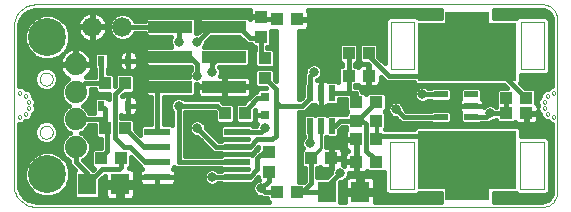
<source format=gtl>
G75*
%MOIN*%
%OFA0B0*%
%FSLAX24Y24*%
%IPPOS*%
%LPD*%
%AMOC8*
5,1,8,0,0,1.08239X$1,22.5*
%
%ADD10C,0.0000*%
%ADD11R,0.0394X0.0433*%
%ADD12R,0.0248X0.0327*%
%ADD13C,0.0740*%
%ADD14C,0.1266*%
%ADD15R,0.0870X0.0240*%
%ADD16R,0.0217X0.0531*%
%ADD17R,0.0472X0.0217*%
%ADD18R,0.0433X0.0394*%
%ADD19R,0.1450X0.0394*%
%ADD20R,0.0315X0.0315*%
%ADD21C,0.0660*%
%ADD22R,0.0630X0.0709*%
%ADD23R,0.3307X0.1969*%
%ADD24R,0.1496X0.0551*%
%ADD25C,0.0039*%
%ADD26C,0.0160*%
%ADD27C,0.0320*%
%ADD28C,0.0100*%
D10*
X006773Y003863D02*
X023643Y003863D01*
X023687Y003865D01*
X023730Y003871D01*
X023772Y003880D01*
X023814Y003893D01*
X023854Y003910D01*
X023893Y003930D01*
X023930Y003953D01*
X023964Y003980D01*
X023997Y004009D01*
X024026Y004042D01*
X024053Y004076D01*
X024076Y004113D01*
X024096Y004152D01*
X024113Y004192D01*
X024126Y004234D01*
X024135Y004276D01*
X024141Y004319D01*
X024143Y004363D01*
X024143Y010109D01*
X024141Y010152D01*
X024136Y010196D01*
X024127Y010238D01*
X024114Y010280D01*
X024098Y010320D01*
X024078Y010359D01*
X024055Y010396D01*
X024029Y010431D01*
X024000Y010463D01*
X023968Y010493D01*
X023933Y010520D01*
X023897Y010544D01*
X023858Y010564D01*
X023818Y010581D01*
X023777Y010595D01*
X023734Y010605D01*
X023691Y010611D01*
X023647Y010613D01*
X023648Y010613D02*
X006777Y010613D01*
X006723Y010611D01*
X006670Y010605D01*
X006617Y010596D01*
X006565Y010582D01*
X006514Y010565D01*
X006464Y010545D01*
X006416Y010521D01*
X006369Y010493D01*
X006325Y010463D01*
X006283Y010429D01*
X006244Y010392D01*
X006207Y010353D01*
X006173Y010311D01*
X006143Y010267D01*
X006115Y010220D01*
X006091Y010172D01*
X006071Y010122D01*
X006054Y010071D01*
X006040Y010019D01*
X006031Y009966D01*
X006025Y009913D01*
X006023Y009859D01*
X006023Y004613D01*
X006025Y004559D01*
X006031Y004506D01*
X006040Y004454D01*
X006053Y004402D01*
X006070Y004351D01*
X006091Y004301D01*
X006115Y004254D01*
X006142Y004208D01*
X006173Y004164D01*
X006206Y004122D01*
X006243Y004083D01*
X006282Y004046D01*
X006324Y004013D01*
X006368Y003982D01*
X006414Y003955D01*
X006461Y003931D01*
X006511Y003910D01*
X006562Y003893D01*
X006614Y003880D01*
X006666Y003871D01*
X006719Y003865D01*
X006773Y003863D01*
X006892Y006352D02*
X006894Y006381D01*
X006900Y006409D01*
X006909Y006437D01*
X006922Y006463D01*
X006939Y006486D01*
X006958Y006508D01*
X006980Y006527D01*
X007005Y006542D01*
X007031Y006555D01*
X007059Y006563D01*
X007087Y006568D01*
X007116Y006569D01*
X007145Y006566D01*
X007173Y006559D01*
X007200Y006549D01*
X007226Y006535D01*
X007249Y006518D01*
X007270Y006498D01*
X007288Y006475D01*
X007303Y006450D01*
X007314Y006423D01*
X007322Y006395D01*
X007326Y006366D01*
X007326Y006338D01*
X007322Y006309D01*
X007314Y006281D01*
X007303Y006254D01*
X007288Y006229D01*
X007270Y006206D01*
X007249Y006186D01*
X007226Y006169D01*
X007200Y006155D01*
X007173Y006145D01*
X007145Y006138D01*
X007116Y006135D01*
X007087Y006136D01*
X007059Y006141D01*
X007031Y006149D01*
X007005Y006162D01*
X006980Y006177D01*
X006958Y006196D01*
X006939Y006218D01*
X006922Y006241D01*
X006909Y006267D01*
X006900Y006295D01*
X006894Y006323D01*
X006892Y006352D01*
X006163Y006863D02*
X006165Y006878D01*
X006170Y006892D01*
X006179Y006904D01*
X006191Y006914D01*
X006204Y006920D01*
X006219Y006923D01*
X006234Y006922D01*
X006249Y006917D01*
X006261Y006909D01*
X006272Y006898D01*
X006279Y006885D01*
X006283Y006871D01*
X006283Y006855D01*
X006279Y006841D01*
X006272Y006828D01*
X006261Y006817D01*
X006249Y006809D01*
X006234Y006804D01*
X006219Y006803D01*
X006204Y006806D01*
X006191Y006812D01*
X006179Y006822D01*
X006170Y006834D01*
X006165Y006848D01*
X006163Y006863D01*
X006363Y006963D02*
X006365Y006978D01*
X006370Y006992D01*
X006379Y007004D01*
X006391Y007014D01*
X006404Y007020D01*
X006419Y007023D01*
X006434Y007022D01*
X006449Y007017D01*
X006461Y007009D01*
X006472Y006998D01*
X006479Y006985D01*
X006483Y006971D01*
X006483Y006955D01*
X006479Y006941D01*
X006472Y006928D01*
X006461Y006917D01*
X006449Y006909D01*
X006434Y006904D01*
X006419Y006903D01*
X006404Y006906D01*
X006391Y006912D01*
X006379Y006922D01*
X006370Y006934D01*
X006365Y006948D01*
X006363Y006963D01*
X006463Y007163D02*
X006465Y007178D01*
X006470Y007192D01*
X006479Y007204D01*
X006491Y007214D01*
X006504Y007220D01*
X006519Y007223D01*
X006534Y007222D01*
X006549Y007217D01*
X006561Y007209D01*
X006572Y007198D01*
X006579Y007185D01*
X006583Y007171D01*
X006583Y007155D01*
X006579Y007141D01*
X006572Y007128D01*
X006561Y007117D01*
X006549Y007109D01*
X006534Y007104D01*
X006519Y007103D01*
X006504Y007106D01*
X006491Y007112D01*
X006479Y007122D01*
X006470Y007134D01*
X006465Y007148D01*
X006463Y007163D01*
X006463Y007363D02*
X006465Y007378D01*
X006470Y007392D01*
X006479Y007404D01*
X006491Y007414D01*
X006504Y007420D01*
X006519Y007423D01*
X006534Y007422D01*
X006549Y007417D01*
X006561Y007409D01*
X006572Y007398D01*
X006579Y007385D01*
X006583Y007371D01*
X006583Y007355D01*
X006579Y007341D01*
X006572Y007328D01*
X006561Y007317D01*
X006549Y007309D01*
X006534Y007304D01*
X006519Y007303D01*
X006504Y007306D01*
X006491Y007312D01*
X006479Y007322D01*
X006470Y007334D01*
X006465Y007348D01*
X006463Y007363D01*
X006363Y007563D02*
X006365Y007578D01*
X006370Y007592D01*
X006379Y007604D01*
X006391Y007614D01*
X006404Y007620D01*
X006419Y007623D01*
X006434Y007622D01*
X006449Y007617D01*
X006461Y007609D01*
X006472Y007598D01*
X006479Y007585D01*
X006483Y007571D01*
X006483Y007555D01*
X006479Y007541D01*
X006472Y007528D01*
X006461Y007517D01*
X006449Y007509D01*
X006434Y007504D01*
X006419Y007503D01*
X006404Y007506D01*
X006391Y007512D01*
X006379Y007522D01*
X006370Y007534D01*
X006365Y007548D01*
X006363Y007563D01*
X006163Y007663D02*
X006165Y007678D01*
X006170Y007692D01*
X006179Y007704D01*
X006191Y007714D01*
X006204Y007720D01*
X006219Y007723D01*
X006234Y007722D01*
X006249Y007717D01*
X006261Y007709D01*
X006272Y007698D01*
X006279Y007685D01*
X006283Y007671D01*
X006283Y007655D01*
X006279Y007641D01*
X006272Y007628D01*
X006261Y007617D01*
X006249Y007609D01*
X006234Y007604D01*
X006219Y007603D01*
X006204Y007606D01*
X006191Y007612D01*
X006179Y007622D01*
X006170Y007634D01*
X006165Y007648D01*
X006163Y007663D01*
X006892Y008124D02*
X006894Y008153D01*
X006900Y008181D01*
X006909Y008209D01*
X006922Y008235D01*
X006939Y008258D01*
X006958Y008280D01*
X006980Y008299D01*
X007005Y008314D01*
X007031Y008327D01*
X007059Y008335D01*
X007087Y008340D01*
X007116Y008341D01*
X007145Y008338D01*
X007173Y008331D01*
X007200Y008321D01*
X007226Y008307D01*
X007249Y008290D01*
X007270Y008270D01*
X007288Y008247D01*
X007303Y008222D01*
X007314Y008195D01*
X007322Y008167D01*
X007326Y008138D01*
X007326Y008110D01*
X007322Y008081D01*
X007314Y008053D01*
X007303Y008026D01*
X007288Y008001D01*
X007270Y007978D01*
X007249Y007958D01*
X007226Y007941D01*
X007200Y007927D01*
X007173Y007917D01*
X007145Y007910D01*
X007116Y007907D01*
X007087Y007908D01*
X007059Y007913D01*
X007031Y007921D01*
X007005Y007934D01*
X006980Y007949D01*
X006958Y007968D01*
X006939Y007990D01*
X006922Y008013D01*
X006909Y008039D01*
X006900Y008067D01*
X006894Y008095D01*
X006892Y008124D01*
X023663Y007363D02*
X023665Y007378D01*
X023670Y007392D01*
X023679Y007404D01*
X023691Y007414D01*
X023704Y007420D01*
X023719Y007423D01*
X023734Y007422D01*
X023749Y007417D01*
X023761Y007409D01*
X023772Y007398D01*
X023779Y007385D01*
X023783Y007371D01*
X023783Y007355D01*
X023779Y007341D01*
X023772Y007328D01*
X023761Y007317D01*
X023749Y007309D01*
X023734Y007304D01*
X023719Y007303D01*
X023704Y007306D01*
X023691Y007312D01*
X023679Y007322D01*
X023670Y007334D01*
X023665Y007348D01*
X023663Y007363D01*
X023663Y007163D02*
X023665Y007178D01*
X023670Y007192D01*
X023679Y007204D01*
X023691Y007214D01*
X023704Y007220D01*
X023719Y007223D01*
X023734Y007222D01*
X023749Y007217D01*
X023761Y007209D01*
X023772Y007198D01*
X023779Y007185D01*
X023783Y007171D01*
X023783Y007155D01*
X023779Y007141D01*
X023772Y007128D01*
X023761Y007117D01*
X023749Y007109D01*
X023734Y007104D01*
X023719Y007103D01*
X023704Y007106D01*
X023691Y007112D01*
X023679Y007122D01*
X023670Y007134D01*
X023665Y007148D01*
X023663Y007163D01*
X023763Y006963D02*
X023765Y006978D01*
X023770Y006992D01*
X023779Y007004D01*
X023791Y007014D01*
X023804Y007020D01*
X023819Y007023D01*
X023834Y007022D01*
X023849Y007017D01*
X023861Y007009D01*
X023872Y006998D01*
X023879Y006985D01*
X023883Y006971D01*
X023883Y006955D01*
X023879Y006941D01*
X023872Y006928D01*
X023861Y006917D01*
X023849Y006909D01*
X023834Y006904D01*
X023819Y006903D01*
X023804Y006906D01*
X023791Y006912D01*
X023779Y006922D01*
X023770Y006934D01*
X023765Y006948D01*
X023763Y006963D01*
X023963Y006863D02*
X023965Y006878D01*
X023970Y006892D01*
X023979Y006904D01*
X023991Y006914D01*
X024004Y006920D01*
X024019Y006923D01*
X024034Y006922D01*
X024049Y006917D01*
X024061Y006909D01*
X024072Y006898D01*
X024079Y006885D01*
X024083Y006871D01*
X024083Y006855D01*
X024079Y006841D01*
X024072Y006828D01*
X024061Y006817D01*
X024049Y006809D01*
X024034Y006804D01*
X024019Y006803D01*
X024004Y006806D01*
X023991Y006812D01*
X023979Y006822D01*
X023970Y006834D01*
X023965Y006848D01*
X023963Y006863D01*
X023763Y007563D02*
X023765Y007578D01*
X023770Y007592D01*
X023779Y007604D01*
X023791Y007614D01*
X023804Y007620D01*
X023819Y007623D01*
X023834Y007622D01*
X023849Y007617D01*
X023861Y007609D01*
X023872Y007598D01*
X023879Y007585D01*
X023883Y007571D01*
X023883Y007555D01*
X023879Y007541D01*
X023872Y007528D01*
X023861Y007517D01*
X023849Y007509D01*
X023834Y007504D01*
X023819Y007503D01*
X023804Y007506D01*
X023791Y007512D01*
X023779Y007522D01*
X023770Y007534D01*
X023765Y007548D01*
X023763Y007563D01*
X023963Y007663D02*
X023965Y007678D01*
X023970Y007692D01*
X023979Y007704D01*
X023991Y007714D01*
X024004Y007720D01*
X024019Y007723D01*
X024034Y007722D01*
X024049Y007717D01*
X024061Y007709D01*
X024072Y007698D01*
X024079Y007685D01*
X024083Y007671D01*
X024083Y007655D01*
X024079Y007641D01*
X024072Y007628D01*
X024061Y007617D01*
X024049Y007609D01*
X024034Y007604D01*
X024019Y007603D01*
X024004Y007606D01*
X023991Y007612D01*
X023979Y007622D01*
X023970Y007634D01*
X023965Y007648D01*
X023963Y007663D01*
D11*
X023108Y007488D03*
X022438Y007488D03*
X018108Y006738D03*
X017438Y006738D03*
X017438Y006113D03*
X018108Y006113D03*
X015483Y004363D03*
X014813Y004363D03*
X009608Y005488D03*
X008938Y005488D03*
X009063Y006488D03*
X009733Y006488D03*
X013063Y006988D03*
X013733Y006988D03*
X009733Y007988D03*
X009063Y007988D03*
X014273Y009528D03*
X014813Y010113D03*
X014273Y010197D03*
X015483Y010113D03*
X017188Y008988D03*
X017858Y008988D03*
D12*
X009851Y008738D03*
X008945Y008738D03*
X008945Y007238D03*
X009851Y007238D03*
D13*
X008093Y007681D03*
X008093Y008616D03*
X008093Y006794D03*
X008093Y005860D03*
D14*
X007148Y004954D03*
X007148Y009521D03*
D15*
X010818Y006363D03*
X010818Y005863D03*
X010818Y005363D03*
X010818Y004863D03*
X013468Y004863D03*
X013468Y005363D03*
X013468Y005863D03*
X013468Y006363D03*
D16*
X015899Y006571D03*
X016273Y006571D03*
X016647Y006571D03*
X016647Y007654D03*
X016273Y007654D03*
X015899Y007654D03*
D17*
X020261Y007612D03*
X021285Y007612D03*
X021285Y007238D03*
X021285Y006864D03*
X020261Y006864D03*
D18*
X022438Y006988D03*
X023108Y006988D03*
X018108Y007363D03*
X017438Y007363D03*
X017188Y008238D03*
X017858Y008238D03*
X014398Y008153D03*
X014398Y008822D03*
X014523Y005697D03*
X015938Y005488D03*
X016608Y005488D03*
X017438Y005363D03*
X018108Y005363D03*
X014523Y005028D03*
D19*
X013048Y007863D03*
X011248Y007863D03*
X011248Y008863D03*
X013048Y008863D03*
X013048Y009863D03*
X011248Y009863D03*
D20*
X014398Y007533D03*
X014398Y006943D03*
D21*
X009648Y009863D03*
X008648Y009863D03*
D22*
X008472Y004613D03*
X009574Y004613D03*
X016472Y004363D03*
X017574Y004363D03*
D23*
X021148Y005435D03*
X021148Y009041D03*
D24*
X021148Y010104D03*
X021148Y004372D03*
D25*
X021734Y004254D02*
X021734Y004490D01*
X020553Y004490D01*
X020553Y004254D01*
X021734Y004254D01*
X022916Y004450D02*
X023703Y004450D01*
X023703Y006025D01*
X022916Y006025D01*
X022916Y004450D01*
X019372Y004450D02*
X019372Y006025D01*
X018585Y006025D01*
X018585Y004450D01*
X019372Y004450D01*
X019380Y008450D02*
X018593Y008450D01*
X018593Y010025D01*
X019380Y010025D01*
X019380Y008450D01*
X020561Y009986D02*
X021742Y009986D01*
X021742Y010222D01*
X020561Y010222D01*
X020561Y009986D01*
X022923Y010025D02*
X022923Y008450D01*
X023711Y008450D01*
X023711Y010025D01*
X022923Y010025D01*
D26*
X022771Y010155D02*
X022026Y010155D01*
X022026Y010433D01*
X023646Y010433D01*
X023709Y010426D01*
X023823Y010377D01*
X023911Y010288D01*
X023957Y010173D01*
X023963Y010111D01*
X023963Y010110D01*
X023962Y010036D01*
X023963Y010035D01*
X023963Y007898D01*
X023887Y007866D01*
X023823Y007803D01*
X023775Y007803D01*
X023687Y007766D01*
X023619Y007699D01*
X023583Y007611D01*
X023583Y007562D01*
X023519Y007499D01*
X023483Y007411D01*
X023483Y007315D01*
X023505Y007263D01*
X023495Y007241D01*
X023492Y007254D01*
X023468Y007295D01*
X023435Y007329D01*
X023434Y007329D01*
X023434Y007758D01*
X023358Y007834D01*
X023058Y007834D01*
X022910Y007982D01*
X022931Y008003D01*
X022931Y008251D01*
X023794Y008251D01*
X023911Y008368D01*
X023911Y010108D01*
X023794Y010225D01*
X022841Y010225D01*
X022771Y010155D01*
X022819Y010203D02*
X022026Y010203D01*
X022026Y010361D02*
X023839Y010361D01*
X023816Y010203D02*
X023945Y010203D01*
X023962Y010044D02*
X023911Y010044D01*
X023911Y009886D02*
X023963Y009886D01*
X023963Y009727D02*
X023911Y009727D01*
X023911Y009569D02*
X023963Y009569D01*
X023963Y009410D02*
X023911Y009410D01*
X023911Y009252D02*
X023963Y009252D01*
X023963Y009093D02*
X023911Y009093D01*
X023911Y008935D02*
X023963Y008935D01*
X023963Y008776D02*
X023911Y008776D01*
X023911Y008618D02*
X023963Y008618D01*
X023963Y008459D02*
X023911Y008459D01*
X023963Y008301D02*
X023844Y008301D01*
X023963Y008142D02*
X022931Y008142D01*
X022912Y007984D02*
X023963Y007984D01*
X023846Y007825D02*
X023367Y007825D01*
X023434Y007667D02*
X023606Y007667D01*
X023529Y007508D02*
X023434Y007508D01*
X023434Y007350D02*
X023483Y007350D01*
X023108Y007488D02*
X021751Y008844D01*
X021148Y009041D01*
X020576Y009041D01*
X019773Y008238D01*
X018523Y008238D01*
X017898Y008863D01*
X017858Y008988D01*
X018184Y008935D02*
X018393Y008935D01*
X018393Y009093D02*
X018184Y009093D01*
X018184Y009252D02*
X018393Y009252D01*
X018184Y009258D02*
X018108Y009334D01*
X017607Y009334D01*
X017531Y009258D01*
X017531Y008717D01*
X017607Y008641D01*
X017822Y008641D01*
X017876Y008588D01*
X017876Y008256D01*
X017839Y008256D01*
X017839Y008615D01*
X017617Y008615D01*
X017572Y008602D01*
X017530Y008579D01*
X017497Y008545D01*
X017490Y008533D01*
X017459Y008565D01*
X017398Y008565D01*
X017398Y008641D01*
X017439Y008641D01*
X017515Y008717D01*
X017515Y009258D01*
X017439Y009334D01*
X016938Y009334D01*
X016861Y009258D01*
X016861Y008717D01*
X016938Y008641D01*
X016978Y008641D01*
X016978Y008565D01*
X016918Y008565D01*
X016842Y008488D01*
X016842Y008017D01*
X016809Y008050D01*
X016506Y008050D01*
X016492Y008064D01*
X016451Y008088D01*
X016405Y008100D01*
X016273Y008100D01*
X016273Y007654D01*
X016273Y007208D01*
X016405Y007208D01*
X016451Y007221D01*
X016492Y007244D01*
X016506Y007258D01*
X016809Y007258D01*
X016885Y007335D01*
X016885Y007444D01*
X017092Y007444D01*
X017092Y007112D01*
X017153Y007050D01*
X017111Y007008D01*
X017111Y006948D01*
X016828Y006948D01*
X016809Y006967D01*
X016485Y006967D01*
X016460Y006942D01*
X016435Y006967D01*
X016111Y006967D01*
X016086Y006942D01*
X016061Y006967D01*
X015737Y006967D01*
X015661Y006891D01*
X015661Y006252D01*
X015689Y006224D01*
X015689Y006189D01*
X015652Y006152D01*
X015608Y006045D01*
X015608Y005930D01*
X015652Y005824D01*
X015664Y005811D01*
X015592Y005738D01*
X015592Y005237D01*
X015668Y005161D01*
X015728Y005161D01*
X015728Y004740D01*
X015697Y004709D01*
X015523Y004709D01*
X015523Y007028D01*
X015735Y007028D01*
X015858Y007151D01*
X015965Y007258D01*
X016040Y007258D01*
X016054Y007244D01*
X016095Y007221D01*
X016141Y007208D01*
X016273Y007208D01*
X016273Y007654D01*
X016273Y007654D01*
X016273Y007654D01*
X016273Y008100D01*
X016146Y008100D01*
X016187Y008117D01*
X016269Y008199D01*
X016313Y008305D01*
X016313Y008420D01*
X016269Y008527D01*
X016187Y008609D01*
X016081Y008653D01*
X015965Y008653D01*
X015859Y008609D01*
X015777Y008527D01*
X015733Y008420D01*
X015733Y008370D01*
X015689Y008326D01*
X015689Y008002D01*
X015661Y007974D01*
X015661Y007547D01*
X015561Y007448D01*
X015523Y007448D01*
X015523Y009716D01*
X015703Y009716D01*
X015749Y009729D01*
X015790Y009752D01*
X015823Y009786D01*
X015847Y009827D01*
X015859Y009873D01*
X015859Y010094D01*
X015523Y010094D01*
X015523Y010131D01*
X015859Y010131D01*
X015859Y010353D01*
X015847Y010399D01*
X015827Y010433D01*
X020270Y010433D01*
X020270Y010155D01*
X019533Y010155D01*
X019463Y010225D01*
X018510Y010225D01*
X018393Y010108D01*
X018393Y008665D01*
X018184Y008873D01*
X018184Y009258D01*
X018393Y009410D02*
X015523Y009410D01*
X015523Y009569D02*
X018393Y009569D01*
X018393Y009727D02*
X015744Y009727D01*
X015859Y009886D02*
X018393Y009886D01*
X018393Y010044D02*
X015859Y010044D01*
X015859Y010203D02*
X018488Y010203D01*
X019485Y010203D02*
X020270Y010203D01*
X020270Y010361D02*
X015857Y010361D01*
X014813Y010113D02*
X014358Y010113D01*
X014273Y010197D01*
X014254Y010203D02*
X009958Y010203D01*
X009908Y010253D02*
X009739Y010323D01*
X009556Y010323D01*
X009387Y010253D01*
X009258Y010123D01*
X009188Y009954D01*
X009188Y009771D01*
X009258Y009602D01*
X009387Y009473D01*
X009556Y009403D01*
X009739Y009403D01*
X009908Y009473D01*
X010038Y009602D01*
X010059Y009653D01*
X010393Y009653D01*
X010393Y009612D01*
X010469Y009536D01*
X011286Y009536D01*
X011277Y009527D01*
X011233Y009420D01*
X011233Y009305D01*
X011277Y009199D01*
X011286Y009190D01*
X010469Y009190D01*
X010393Y009113D01*
X010393Y008612D01*
X010469Y008536D01*
X011928Y008536D01*
X011938Y008526D01*
X011938Y008438D01*
X011902Y008402D01*
X011858Y008295D01*
X011858Y008190D01*
X010469Y008190D01*
X010393Y008113D01*
X010393Y007612D01*
X010469Y007536D01*
X010608Y007536D01*
X010608Y006613D01*
X010329Y006613D01*
X010253Y006537D01*
X010253Y006264D01*
X010059Y006458D01*
X010059Y006758D01*
X009983Y006834D01*
X009608Y006834D01*
X009608Y006939D01*
X009616Y006930D01*
X009657Y006907D01*
X009703Y006894D01*
X009851Y006894D01*
X009998Y006894D01*
X010044Y006907D01*
X010085Y006930D01*
X010119Y006964D01*
X010142Y007005D01*
X010155Y007051D01*
X010155Y007238D01*
X010155Y007425D01*
X010142Y007471D01*
X010119Y007512D01*
X010085Y007545D01*
X010044Y007569D01*
X009998Y007581D01*
X009851Y007581D01*
X009851Y007238D01*
X010155Y007238D01*
X009851Y007238D01*
X009851Y007238D01*
X009851Y007238D01*
X009851Y007581D01*
X009703Y007581D01*
X009657Y007569D01*
X009643Y007560D01*
X009723Y007641D01*
X009983Y007641D01*
X010059Y007717D01*
X010059Y008258D01*
X009983Y008334D01*
X009482Y008334D01*
X009406Y008258D01*
X009406Y007918D01*
X009390Y007902D01*
X009390Y008258D01*
X009314Y008334D01*
X009155Y008334D01*
X009155Y008477D01*
X009199Y008521D01*
X009199Y008955D01*
X009123Y009031D01*
X008767Y009031D01*
X008691Y008955D01*
X008691Y008521D01*
X008735Y008477D01*
X008735Y008198D01*
X008453Y008198D01*
X008512Y008257D01*
X008563Y008327D01*
X008602Y008405D01*
X008629Y008487D01*
X008643Y008572D01*
X008643Y008606D01*
X008103Y008606D01*
X008103Y008626D01*
X008083Y008626D01*
X008083Y009166D01*
X008049Y009166D01*
X007964Y009152D01*
X007882Y009125D01*
X007804Y009086D01*
X007758Y009053D01*
X007795Y009089D01*
X007911Y009369D01*
X007911Y009673D01*
X007795Y009954D01*
X007580Y010168D01*
X007300Y010284D01*
X006996Y010284D01*
X006716Y010168D01*
X006501Y009954D01*
X006385Y009673D01*
X006385Y009369D01*
X006501Y009089D01*
X006716Y008874D01*
X006996Y008758D01*
X007300Y008758D01*
X007580Y008874D01*
X007656Y008950D01*
X007622Y008904D01*
X007583Y008827D01*
X007556Y008745D01*
X007543Y008659D01*
X007543Y008626D01*
X008083Y008626D01*
X008083Y008606D01*
X007543Y008606D01*
X007543Y008572D01*
X007556Y008487D01*
X007583Y008405D01*
X007622Y008327D01*
X007673Y008257D01*
X007734Y008196D01*
X007804Y008145D01*
X007850Y008122D01*
X007810Y008105D01*
X007669Y007965D01*
X007593Y007781D01*
X007593Y007582D01*
X007669Y007398D01*
X007810Y007258D01*
X007857Y007238D01*
X007810Y007218D01*
X007669Y007077D01*
X007593Y006894D01*
X007593Y006695D01*
X007669Y006511D01*
X007810Y006370D01*
X007914Y006327D01*
X007810Y006284D01*
X007669Y006143D01*
X007593Y005959D01*
X007593Y005760D01*
X007669Y005577D01*
X007810Y005436D01*
X007883Y005406D01*
X007883Y005280D01*
X008006Y005157D01*
X008084Y005078D01*
X008027Y005021D01*
X008027Y004205D01*
X008103Y004128D01*
X008841Y004128D01*
X008917Y004205D01*
X008917Y004761D01*
X009059Y004903D01*
X009079Y004903D01*
X009079Y004690D01*
X009497Y004690D01*
X009497Y004535D01*
X009652Y004535D01*
X009652Y004690D01*
X010069Y004690D01*
X010069Y004991D01*
X010057Y005037D01*
X010033Y005078D01*
X010000Y005111D01*
X009958Y005135D01*
X009913Y005147D01*
X009864Y005147D01*
X009934Y005217D01*
X009934Y005529D01*
X010253Y005211D01*
X010253Y005189D01*
X010299Y005142D01*
X010272Y005127D01*
X010239Y005093D01*
X010215Y005052D01*
X010203Y005006D01*
X010203Y004863D01*
X010818Y004863D01*
X011433Y004863D01*
X011433Y005006D01*
X011421Y005052D01*
X011397Y005093D01*
X011363Y005127D01*
X011336Y005142D01*
X011383Y005189D01*
X011383Y005206D01*
X011436Y005153D01*
X012939Y005153D01*
X012979Y005113D01*
X013851Y005113D01*
X013851Y005113D01*
X012979Y005113D01*
X012939Y005073D01*
X012848Y005073D01*
X012812Y005109D01*
X012706Y005153D01*
X012590Y005153D01*
X012484Y005109D01*
X012402Y005027D01*
X012358Y004920D01*
X012358Y004805D01*
X012402Y004699D01*
X012484Y004617D01*
X012590Y004573D01*
X012706Y004573D01*
X012812Y004617D01*
X012848Y004653D01*
X012939Y004653D01*
X012979Y004613D01*
X013957Y004613D01*
X014033Y004689D01*
X014033Y004701D01*
X014176Y004844D01*
X014176Y004777D01*
X014187Y004766D01*
X014109Y004734D01*
X014027Y004652D01*
X013983Y004545D01*
X013983Y004430D01*
X014027Y004324D01*
X014109Y004242D01*
X014215Y004198D01*
X014266Y004198D01*
X014311Y004153D01*
X014486Y004153D01*
X014486Y004092D01*
X014536Y004043D01*
X006773Y004043D01*
X006684Y004050D01*
X006514Y004105D01*
X006370Y004210D01*
X006265Y004354D01*
X006210Y004524D01*
X006203Y004613D01*
X006203Y006623D01*
X006271Y006623D01*
X006359Y006659D01*
X006422Y006723D01*
X006471Y006723D01*
X006559Y006759D01*
X006626Y006827D01*
X006663Y006915D01*
X006663Y006963D01*
X006726Y007027D01*
X006763Y007115D01*
X006763Y007211D01*
X006741Y007263D01*
X006763Y007315D01*
X006763Y007411D01*
X006726Y007499D01*
X006663Y007562D01*
X006663Y007611D01*
X006626Y007699D01*
X006559Y007766D01*
X006471Y007803D01*
X006422Y007803D01*
X006359Y007866D01*
X006271Y007903D01*
X006203Y007903D01*
X006203Y009859D01*
X006210Y009949D01*
X006265Y010119D01*
X006371Y010265D01*
X006516Y010370D01*
X006687Y010426D01*
X006777Y010433D01*
X013896Y010433D01*
X013896Y010216D01*
X014254Y010216D01*
X014254Y010179D01*
X013896Y010179D01*
X013896Y010120D01*
X013827Y010190D01*
X012269Y010190D01*
X012193Y010113D01*
X012193Y009705D01*
X012141Y009653D01*
X012103Y009653D01*
X012103Y010113D01*
X012027Y010190D01*
X010469Y010190D01*
X010393Y010113D01*
X010393Y010073D01*
X010059Y010073D01*
X010038Y010123D01*
X009908Y010253D01*
X009648Y009863D02*
X011248Y009863D01*
X011523Y009863D02*
X011523Y009363D01*
X011255Y009252D02*
X007862Y009252D01*
X007819Y009093D02*
X007797Y009093D01*
X007645Y008935D02*
X007641Y008935D01*
X007567Y008776D02*
X007343Y008776D01*
X006952Y008776D02*
X006203Y008776D01*
X006203Y008618D02*
X008083Y008618D01*
X008103Y008618D02*
X008691Y008618D01*
X008643Y008626D02*
X008643Y008659D01*
X008629Y008745D01*
X008602Y008827D01*
X008563Y008904D01*
X008512Y008974D01*
X008451Y009035D01*
X008381Y009086D01*
X008304Y009125D01*
X008222Y009152D01*
X008136Y009166D01*
X008103Y009166D01*
X008103Y008626D01*
X008643Y008626D01*
X008619Y008776D02*
X008691Y008776D01*
X008691Y008935D02*
X008541Y008935D01*
X008367Y009093D02*
X010393Y009093D01*
X010393Y008935D02*
X010152Y008935D01*
X010155Y008925D02*
X010142Y008971D01*
X010119Y009012D01*
X010085Y009045D01*
X010044Y009069D01*
X009998Y009081D01*
X009851Y009081D01*
X009851Y008738D01*
X010155Y008738D01*
X010155Y008925D01*
X010155Y008776D02*
X010393Y008776D01*
X010393Y008618D02*
X010155Y008618D01*
X010155Y008551D02*
X010155Y008738D01*
X009851Y008738D01*
X009851Y008738D01*
X009851Y008738D01*
X009851Y009081D01*
X009703Y009081D01*
X009657Y009069D01*
X009616Y009045D01*
X009583Y009012D01*
X009559Y008971D01*
X009547Y008925D01*
X009547Y008738D01*
X009851Y008738D01*
X009851Y008394D01*
X009998Y008394D01*
X010044Y008407D01*
X010085Y008430D01*
X010119Y008464D01*
X010142Y008505D01*
X010155Y008551D01*
X010114Y008459D02*
X011938Y008459D01*
X011860Y008301D02*
X010017Y008301D01*
X010059Y008142D02*
X010422Y008142D01*
X010393Y007984D02*
X010059Y007984D01*
X010059Y007825D02*
X010393Y007825D01*
X010393Y007667D02*
X010009Y007667D01*
X010121Y007508D02*
X010608Y007508D01*
X010608Y007350D02*
X010155Y007350D01*
X010155Y007191D02*
X010608Y007191D01*
X010608Y007033D02*
X010150Y007033D01*
X009851Y007033D02*
X009851Y007033D01*
X009851Y006894D02*
X009851Y007238D01*
X009851Y007238D01*
X009851Y006894D01*
X009608Y006874D02*
X010608Y006874D01*
X010608Y006716D02*
X010059Y006716D01*
X010059Y006557D02*
X010274Y006557D01*
X010253Y006399D02*
X010118Y006399D01*
X009733Y006488D02*
X010358Y005863D01*
X010818Y005863D01*
X011733Y005923D02*
X012415Y005923D01*
X012574Y005765D02*
X011733Y005765D01*
X011733Y005606D02*
X012973Y005606D01*
X012979Y005613D02*
X012939Y005573D01*
X011733Y005573D01*
X011733Y007028D01*
X012726Y007028D01*
X012736Y007018D01*
X012736Y006717D01*
X012813Y006641D01*
X013314Y006641D01*
X013390Y006717D01*
X013390Y007258D01*
X013314Y007334D01*
X013014Y007334D01*
X012900Y007448D01*
X011723Y007448D01*
X011687Y007484D01*
X011581Y007528D01*
X011465Y007528D01*
X011359Y007484D01*
X011277Y007402D01*
X011233Y007295D01*
X011233Y007180D01*
X011277Y007074D01*
X011313Y007038D01*
X011313Y006607D01*
X011307Y006613D01*
X011028Y006613D01*
X011028Y007536D01*
X012027Y007536D01*
X012103Y007612D01*
X012103Y007948D01*
X012143Y007948D01*
X012143Y007881D01*
X013029Y007881D01*
X013029Y007844D01*
X012143Y007844D01*
X012143Y007642D01*
X012155Y007596D01*
X012179Y007555D01*
X012212Y007522D01*
X012253Y007498D01*
X012299Y007486D01*
X013029Y007486D01*
X013029Y007844D01*
X013066Y007844D01*
X013066Y007486D01*
X013797Y007486D01*
X013842Y007498D01*
X013883Y007522D01*
X013917Y007555D01*
X013941Y007596D01*
X013953Y007642D01*
X013953Y007844D01*
X013066Y007844D01*
X013066Y007881D01*
X013029Y007881D01*
X013029Y008240D01*
X012911Y008240D01*
X012938Y008305D01*
X012938Y008420D01*
X012894Y008527D01*
X012885Y008536D01*
X013827Y008536D01*
X013903Y008612D01*
X013903Y009113D01*
X013827Y009190D01*
X012385Y009190D01*
X012394Y009199D01*
X012438Y009305D01*
X012438Y009356D01*
X012618Y009536D01*
X013553Y009536D01*
X013688Y009401D01*
X013811Y009278D01*
X013946Y009278D01*
X013946Y009258D01*
X014022Y009182D01*
X014063Y009182D01*
X014063Y009085D01*
X014051Y009073D01*
X014051Y008572D01*
X014127Y008496D01*
X014668Y008496D01*
X014744Y008572D01*
X014744Y009073D01*
X014668Y009149D01*
X014483Y009149D01*
X014483Y009182D01*
X014524Y009182D01*
X014600Y009258D01*
X014600Y009716D01*
X014773Y009716D01*
X014773Y008075D01*
X014744Y008104D01*
X014744Y008404D01*
X014668Y008480D01*
X014127Y008480D01*
X014051Y008404D01*
X014051Y007902D01*
X014127Y007826D01*
X014428Y007826D01*
X014433Y007821D01*
X014187Y007821D01*
X014110Y007744D01*
X014110Y007698D01*
X014061Y007698D01*
X013938Y007575D01*
X013750Y007387D01*
X013722Y007380D01*
X013695Y007334D01*
X013482Y007334D01*
X013406Y007258D01*
X013406Y006717D01*
X013482Y006641D01*
X013983Y006641D01*
X014059Y006717D01*
X014059Y007102D01*
X014060Y007103D01*
X014060Y006943D01*
X014398Y006943D01*
X014398Y006943D01*
X014060Y006943D01*
X014060Y006761D01*
X014073Y006716D01*
X014058Y006716D01*
X014073Y006716D02*
X014096Y006675D01*
X014130Y006641D01*
X014144Y006633D01*
X014119Y006573D01*
X013997Y006573D01*
X013957Y006613D01*
X012979Y006613D01*
X012903Y006537D01*
X012903Y006189D01*
X012979Y006113D01*
X013851Y006113D01*
X013851Y006113D01*
X012979Y006113D01*
X012939Y006073D01*
X012860Y006073D01*
X012438Y006495D01*
X012438Y006545D01*
X012394Y006652D01*
X012312Y006734D01*
X012206Y006778D01*
X012090Y006778D01*
X011984Y006734D01*
X011902Y006652D01*
X011858Y006545D01*
X011858Y006430D01*
X011902Y006324D01*
X011984Y006242D01*
X012090Y006198D01*
X012141Y006198D01*
X012686Y005653D01*
X012939Y005653D01*
X012979Y005613D01*
X013957Y005613D01*
X013966Y005603D01*
X014148Y005784D01*
X014176Y005813D01*
X014176Y005844D01*
X014033Y005701D01*
X014033Y005689D01*
X013957Y005613D01*
X012979Y005613D01*
X013468Y005363D02*
X011523Y005363D01*
X011523Y007238D01*
X012813Y007238D01*
X013063Y006988D01*
X013390Y007033D02*
X013406Y007033D01*
X013390Y007191D02*
X013406Y007191D01*
X013704Y007350D02*
X012998Y007350D01*
X013029Y007508D02*
X013066Y007508D01*
X013066Y007667D02*
X013029Y007667D01*
X013029Y007825D02*
X013066Y007825D01*
X013066Y007881D02*
X013953Y007881D01*
X013953Y008083D01*
X013941Y008129D01*
X013917Y008170D01*
X013883Y008204D01*
X013842Y008227D01*
X013797Y008240D01*
X013066Y008240D01*
X013066Y007881D01*
X013066Y007984D02*
X013029Y007984D01*
X013029Y008142D02*
X013066Y008142D01*
X012936Y008301D02*
X014051Y008301D01*
X014051Y008142D02*
X013933Y008142D01*
X013953Y007984D02*
X014051Y007984D01*
X013953Y007825D02*
X014429Y007825D01*
X014398Y008153D02*
X014773Y007778D01*
X014773Y007363D01*
X014773Y006238D01*
X014648Y006113D01*
X014148Y006113D01*
X013898Y005863D01*
X013468Y005863D01*
X012773Y005863D01*
X012148Y006488D01*
X011871Y006399D02*
X011733Y006399D01*
X011733Y006557D02*
X011863Y006557D01*
X011966Y006716D02*
X011733Y006716D01*
X011733Y006874D02*
X012736Y006874D01*
X012738Y006716D02*
X012330Y006716D01*
X012433Y006557D02*
X012924Y006557D01*
X012903Y006399D02*
X012534Y006399D01*
X012692Y006240D02*
X012903Y006240D01*
X012948Y006082D02*
X012851Y006082D01*
X013468Y006363D02*
X014273Y006363D01*
X014398Y006488D01*
X014059Y006874D02*
X014060Y006874D01*
X014059Y007033D02*
X014060Y007033D01*
X013858Y007197D02*
X014148Y007488D01*
X014353Y007488D01*
X014398Y007533D01*
X014030Y007667D02*
X013953Y007667D01*
X013871Y007508D02*
X013860Y007508D01*
X013858Y007197D02*
X013733Y006988D01*
X013406Y006874D02*
X013390Y006874D01*
X013388Y006716D02*
X013407Y006716D01*
X012257Y006082D02*
X011733Y006082D01*
X011733Y006240D02*
X011988Y006240D01*
X011313Y006716D02*
X011028Y006716D01*
X011028Y006874D02*
X011313Y006874D01*
X011313Y007033D02*
X011028Y007033D01*
X011028Y007191D02*
X011233Y007191D01*
X011255Y007350D02*
X011028Y007350D01*
X011028Y007508D02*
X011418Y007508D01*
X011628Y007508D02*
X012236Y007508D01*
X012143Y007667D02*
X012103Y007667D01*
X012103Y007825D02*
X012143Y007825D01*
X012148Y008238D02*
X012148Y008613D01*
X011898Y008863D01*
X012416Y009252D02*
X013952Y009252D01*
X013903Y009093D02*
X014063Y009093D01*
X014051Y008935D02*
X013903Y008935D01*
X013903Y008776D02*
X014051Y008776D01*
X014051Y008618D02*
X013903Y008618D01*
X014107Y008459D02*
X012922Y008459D01*
X012648Y008363D02*
X012648Y008613D01*
X012898Y008863D01*
X012148Y009363D02*
X012648Y009863D01*
X013048Y009863D01*
X013523Y009863D01*
X013898Y009488D01*
X014233Y009488D01*
X014273Y009528D01*
X014273Y008947D01*
X014398Y008822D01*
X014744Y008776D02*
X014773Y008776D01*
X014773Y008618D02*
X014744Y008618D01*
X014773Y008459D02*
X014689Y008459D01*
X014744Y008301D02*
X014773Y008301D01*
X014773Y008142D02*
X014744Y008142D01*
X015523Y008142D02*
X015689Y008142D01*
X015689Y008301D02*
X015523Y008301D01*
X015523Y008459D02*
X015749Y008459D01*
X015881Y008618D02*
X015523Y008618D01*
X015523Y008776D02*
X016861Y008776D01*
X016861Y008935D02*
X015523Y008935D01*
X015523Y009093D02*
X016861Y009093D01*
X016861Y009252D02*
X015523Y009252D01*
X014773Y009252D02*
X014594Y009252D01*
X014724Y009093D02*
X014773Y009093D01*
X014773Y008935D02*
X014744Y008935D01*
X014773Y009410D02*
X014600Y009410D01*
X014600Y009569D02*
X014773Y009569D01*
X013678Y009410D02*
X012492Y009410D01*
X012193Y009727D02*
X012103Y009727D01*
X012103Y009886D02*
X012193Y009886D01*
X012193Y010044D02*
X012103Y010044D01*
X013048Y009863D02*
X013273Y009863D01*
X013896Y010361D02*
X008761Y010361D01*
X008767Y010360D02*
X008688Y010373D01*
X008666Y010373D01*
X008666Y009881D01*
X008629Y009881D01*
X008629Y009844D01*
X008138Y009844D01*
X008138Y009823D01*
X008150Y009743D01*
X008175Y009667D01*
X008212Y009595D01*
X008259Y009531D01*
X008316Y009474D01*
X008381Y009427D01*
X008452Y009390D01*
X008528Y009365D01*
X008608Y009353D01*
X008629Y009353D01*
X008629Y009844D01*
X008666Y009844D01*
X008666Y009353D01*
X008688Y009353D01*
X008767Y009365D01*
X008844Y009390D01*
X008915Y009427D01*
X008980Y009474D01*
X009037Y009531D01*
X009084Y009595D01*
X009121Y009667D01*
X009145Y009743D01*
X009158Y009823D01*
X009158Y009844D01*
X008666Y009844D01*
X008666Y009881D01*
X009158Y009881D01*
X009158Y009903D01*
X009145Y009982D01*
X009121Y010059D01*
X009084Y010130D01*
X009037Y010195D01*
X008980Y010252D01*
X008915Y010299D01*
X008844Y010335D01*
X008767Y010360D01*
X008666Y010361D02*
X008629Y010361D01*
X008629Y010373D02*
X008608Y010373D01*
X008528Y010360D01*
X008452Y010335D01*
X008381Y010299D01*
X008316Y010252D01*
X008259Y010195D01*
X008212Y010130D01*
X008175Y010059D01*
X008150Y009982D01*
X008138Y009903D01*
X008138Y009881D01*
X008629Y009881D01*
X008629Y010373D01*
X008535Y010361D02*
X006504Y010361D01*
X006326Y010203D02*
X006799Y010203D01*
X006592Y010044D02*
X006241Y010044D01*
X006205Y009886D02*
X006473Y009886D01*
X006407Y009727D02*
X006203Y009727D01*
X006203Y009569D02*
X006385Y009569D01*
X006385Y009410D02*
X006203Y009410D01*
X006203Y009252D02*
X006434Y009252D01*
X006499Y009093D02*
X006203Y009093D01*
X006203Y008935D02*
X006655Y008935D01*
X006884Y008460D02*
X006772Y008348D01*
X006712Y008202D01*
X006712Y008045D01*
X006772Y007899D01*
X006884Y007787D01*
X007030Y007727D01*
X007187Y007727D01*
X007333Y007787D01*
X007445Y007899D01*
X007505Y008045D01*
X007505Y008202D01*
X007445Y008348D01*
X007333Y008460D01*
X007187Y008520D01*
X007030Y008520D01*
X006884Y008460D01*
X006883Y008459D02*
X006203Y008459D01*
X006203Y008301D02*
X006753Y008301D01*
X006712Y008142D02*
X006203Y008142D01*
X006203Y007984D02*
X006737Y007984D01*
X006846Y007825D02*
X006400Y007825D01*
X006640Y007667D02*
X007593Y007667D01*
X007623Y007508D02*
X006717Y007508D01*
X006763Y007350D02*
X007717Y007350D01*
X007783Y007191D02*
X006763Y007191D01*
X006729Y007033D02*
X007650Y007033D01*
X007593Y006874D02*
X006646Y006874D01*
X006415Y006716D02*
X006951Y006716D01*
X006884Y006688D02*
X006772Y006577D01*
X006712Y006431D01*
X006712Y006273D01*
X006772Y006127D01*
X006884Y006016D01*
X007030Y005955D01*
X007187Y005955D01*
X007333Y006016D01*
X007445Y006127D01*
X007505Y006273D01*
X007505Y006431D01*
X007445Y006577D01*
X007333Y006688D01*
X007187Y006749D01*
X007030Y006749D01*
X006884Y006688D01*
X006764Y006557D02*
X006203Y006557D01*
X006203Y006399D02*
X006712Y006399D01*
X006726Y006240D02*
X006203Y006240D01*
X006203Y006082D02*
X006818Y006082D01*
X007399Y006082D02*
X007643Y006082D01*
X007766Y006240D02*
X007491Y006240D01*
X007505Y006399D02*
X007781Y006399D01*
X007650Y006557D02*
X007453Y006557D01*
X007593Y006716D02*
X007266Y006716D01*
X008093Y006794D02*
X009058Y006794D01*
X009063Y006799D02*
X009063Y007120D01*
X008945Y007238D01*
X008691Y007191D02*
X008403Y007191D01*
X008376Y007218D02*
X008328Y007238D01*
X008376Y007258D01*
X008517Y007398D01*
X008593Y007582D01*
X008593Y007778D01*
X008736Y007778D01*
X008736Y007717D01*
X008813Y007641D01*
X009188Y007641D01*
X009188Y007466D01*
X009123Y007531D01*
X008767Y007531D01*
X008691Y007455D01*
X008691Y007021D01*
X008708Y007004D01*
X008547Y007004D01*
X008517Y007077D01*
X008376Y007218D01*
X008468Y007350D02*
X008691Y007350D01*
X008744Y007508D02*
X008562Y007508D01*
X008593Y007667D02*
X008787Y007667D01*
X009146Y007508D02*
X009188Y007508D01*
X009398Y007613D02*
X009398Y006175D01*
X009710Y005863D01*
X009898Y005863D01*
X010398Y005363D01*
X010818Y005363D01*
X011357Y005131D02*
X012537Y005131D01*
X012759Y005131D02*
X012961Y005131D01*
X012648Y004863D02*
X013468Y004863D01*
X013898Y004863D01*
X014148Y005113D01*
X014148Y005488D01*
X014358Y005697D01*
X014523Y005697D01*
X014128Y005765D02*
X014097Y005765D01*
X013969Y005606D02*
X013963Y005606D01*
X014523Y005028D02*
X014523Y004738D01*
X014273Y004488D01*
X014398Y004363D01*
X014813Y004363D01*
X014284Y004180D02*
X010051Y004180D01*
X010057Y004189D02*
X010069Y004235D01*
X010069Y004535D01*
X009652Y004535D01*
X009652Y004078D01*
X009913Y004078D01*
X009958Y004091D01*
X010000Y004114D01*
X010033Y004148D01*
X010057Y004189D01*
X010069Y004338D02*
X014021Y004338D01*
X013983Y004497D02*
X010069Y004497D01*
X010239Y004632D02*
X010272Y004599D01*
X010313Y004575D01*
X010359Y004563D01*
X010818Y004563D01*
X011277Y004563D01*
X011322Y004575D01*
X011363Y004599D01*
X011397Y004632D01*
X011421Y004673D01*
X011433Y004719D01*
X011433Y004863D01*
X010818Y004863D01*
X010818Y004863D01*
X010818Y004863D01*
X010818Y004563D01*
X010818Y004863D01*
X010818Y004863D01*
X010203Y004863D01*
X010203Y004719D01*
X010215Y004673D01*
X010239Y004632D01*
X010226Y004655D02*
X009652Y004655D01*
X009497Y004655D02*
X008917Y004655D01*
X008917Y004497D02*
X009079Y004497D01*
X009079Y004535D02*
X009079Y004235D01*
X009091Y004189D01*
X009115Y004148D01*
X009149Y004114D01*
X009190Y004091D01*
X009235Y004078D01*
X009497Y004078D01*
X009497Y004535D01*
X009079Y004535D01*
X008972Y005113D02*
X008472Y004613D01*
X008472Y004988D01*
X008093Y005367D01*
X008093Y005860D01*
X007593Y005923D02*
X006203Y005923D01*
X006203Y005765D02*
X007593Y005765D01*
X007568Y005606D02*
X007657Y005606D01*
X007580Y005601D02*
X007300Y005717D01*
X006996Y005717D01*
X006716Y005601D01*
X006501Y005387D01*
X006385Y005106D01*
X006385Y004803D01*
X006501Y004522D01*
X006716Y004307D01*
X006996Y004191D01*
X007300Y004191D01*
X007580Y004307D01*
X007795Y004522D01*
X007911Y004803D01*
X007911Y005106D01*
X007795Y005387D01*
X007580Y005601D01*
X007734Y005448D02*
X007798Y005448D01*
X007835Y005289D02*
X007883Y005289D01*
X007901Y005131D02*
X008032Y005131D01*
X008006Y005157D02*
X008006Y005157D01*
X008027Y004972D02*
X007911Y004972D01*
X007911Y004814D02*
X008027Y004814D01*
X008027Y004655D02*
X007850Y004655D01*
X007769Y004497D02*
X008027Y004497D01*
X008027Y004338D02*
X007611Y004338D01*
X008052Y004180D02*
X006411Y004180D01*
X006276Y004338D02*
X006685Y004338D01*
X006526Y004497D02*
X006219Y004497D01*
X006203Y004655D02*
X006446Y004655D01*
X006385Y004814D02*
X006203Y004814D01*
X006203Y004972D02*
X006385Y004972D01*
X006395Y005131D02*
X006203Y005131D01*
X006203Y005289D02*
X006461Y005289D01*
X006562Y005448D02*
X006203Y005448D01*
X006203Y005606D02*
X006728Y005606D01*
X008337Y005420D02*
X008376Y005436D01*
X008517Y005577D01*
X008593Y005760D01*
X008593Y005959D01*
X008517Y006143D01*
X008376Y006284D01*
X008272Y006327D01*
X008376Y006370D01*
X008517Y006511D01*
X008547Y006584D01*
X008736Y006584D01*
X008736Y006217D01*
X008813Y006141D01*
X008938Y006141D01*
X008938Y005834D01*
X008688Y005834D01*
X008611Y005758D01*
X008611Y005217D01*
X008688Y005141D01*
X008703Y005141D01*
X008659Y005097D01*
X008559Y005198D01*
X008559Y005198D01*
X008337Y005420D01*
X008388Y005448D02*
X008611Y005448D01*
X008611Y005606D02*
X008529Y005606D01*
X008593Y005765D02*
X008618Y005765D01*
X008593Y005923D02*
X008938Y005923D01*
X009148Y005738D02*
X008938Y005528D01*
X008938Y005488D01*
X008611Y005289D02*
X008467Y005289D01*
X008626Y005131D02*
X008693Y005131D01*
X008972Y005113D02*
X009523Y005113D01*
X009608Y005197D01*
X009608Y005488D01*
X009934Y005448D02*
X010016Y005448D01*
X009934Y005289D02*
X010174Y005289D01*
X010279Y005131D02*
X009966Y005131D01*
X010069Y004972D02*
X010203Y004972D01*
X010203Y004814D02*
X010069Y004814D01*
X009652Y004497D02*
X009497Y004497D01*
X009497Y004338D02*
X009652Y004338D01*
X009652Y004180D02*
X009497Y004180D01*
X009097Y004180D02*
X008892Y004180D01*
X008917Y004338D02*
X009079Y004338D01*
X009079Y004814D02*
X008970Y004814D01*
X009148Y005738D02*
X009148Y006403D01*
X009063Y006488D01*
X009063Y006799D01*
X008736Y006557D02*
X008536Y006557D01*
X008405Y006399D02*
X008736Y006399D01*
X008736Y006240D02*
X008419Y006240D01*
X008542Y006082D02*
X008938Y006082D01*
X008691Y007033D02*
X008535Y007033D01*
X009398Y007613D02*
X009733Y007947D01*
X009406Y007984D02*
X009390Y007984D01*
X009390Y008142D02*
X009406Y008142D01*
X009448Y008301D02*
X009347Y008301D01*
X009155Y008459D02*
X009587Y008459D01*
X009583Y008464D02*
X009616Y008430D01*
X009657Y008407D01*
X009703Y008394D01*
X009851Y008394D01*
X009851Y008738D01*
X009851Y008738D01*
X009851Y008738D01*
X009547Y008738D01*
X009547Y008551D01*
X009559Y008505D01*
X009583Y008464D01*
X009547Y008618D02*
X009199Y008618D01*
X009199Y008776D02*
X009547Y008776D01*
X009549Y008935D02*
X009199Y008935D01*
X008945Y008738D02*
X008945Y008106D01*
X009063Y007988D02*
X008398Y007988D01*
X008093Y007683D01*
X007611Y007825D02*
X007371Y007825D01*
X007480Y007984D02*
X007688Y007984D01*
X007810Y008142D02*
X007505Y008142D01*
X007464Y008301D02*
X007642Y008301D01*
X007565Y008459D02*
X007334Y008459D01*
X008083Y008776D02*
X008103Y008776D01*
X008103Y008935D02*
X008083Y008935D01*
X008083Y009093D02*
X008103Y009093D01*
X007911Y009410D02*
X008413Y009410D01*
X008629Y009410D02*
X008666Y009410D01*
X008666Y009569D02*
X008629Y009569D01*
X008629Y009727D02*
X008666Y009727D01*
X008666Y009886D02*
X008629Y009886D01*
X008629Y010044D02*
X008666Y010044D01*
X008666Y010203D02*
X008629Y010203D01*
X008267Y010203D02*
X007496Y010203D01*
X007704Y010044D02*
X008171Y010044D01*
X008138Y009886D02*
X007823Y009886D01*
X007888Y009727D02*
X008156Y009727D01*
X008231Y009569D02*
X007911Y009569D01*
X008883Y009410D02*
X009538Y009410D01*
X009758Y009410D02*
X011233Y009410D01*
X010436Y009569D02*
X010004Y009569D01*
X009291Y009569D02*
X009065Y009569D01*
X009140Y009727D02*
X009206Y009727D01*
X009188Y009886D02*
X009158Y009886D01*
X009125Y010044D02*
X009225Y010044D01*
X009337Y010203D02*
X009029Y010203D01*
X009851Y008935D02*
X009851Y008935D01*
X009851Y008776D02*
X009851Y008776D01*
X009851Y008618D02*
X009851Y008618D01*
X009851Y008459D02*
X009851Y008459D01*
X008735Y008459D02*
X008620Y008459D01*
X008544Y008301D02*
X008735Y008301D01*
X009851Y007508D02*
X009851Y007508D01*
X009851Y007350D02*
X009851Y007350D01*
X009851Y007191D02*
X009851Y007191D01*
X010818Y007783D02*
X010818Y006363D01*
X011433Y004972D02*
X012379Y004972D01*
X012358Y004814D02*
X011433Y004814D01*
X011410Y004655D02*
X012445Y004655D01*
X010818Y004655D02*
X010818Y004655D01*
X010818Y004814D02*
X010818Y004814D01*
X013999Y004655D02*
X014030Y004655D01*
X014146Y004814D02*
X014176Y004814D01*
X015523Y004814D02*
X015728Y004814D01*
X015728Y004972D02*
X015523Y004972D01*
X015523Y005131D02*
X015728Y005131D01*
X015592Y005289D02*
X015523Y005289D01*
X015523Y005448D02*
X015592Y005448D01*
X015592Y005606D02*
X015523Y005606D01*
X015523Y005765D02*
X015618Y005765D01*
X015611Y005923D02*
X015523Y005923D01*
X015523Y006082D02*
X015623Y006082D01*
X015672Y006240D02*
X015523Y006240D01*
X015523Y006399D02*
X015661Y006399D01*
X015661Y006557D02*
X015523Y006557D01*
X015523Y006716D02*
X015661Y006716D01*
X015661Y006874D02*
X015523Y006874D01*
X015740Y007033D02*
X017136Y007033D01*
X017092Y007191D02*
X015898Y007191D01*
X015648Y007238D02*
X014898Y007238D01*
X014773Y007363D01*
X015523Y007508D02*
X015621Y007508D01*
X015661Y007667D02*
X015523Y007667D01*
X015523Y007825D02*
X015661Y007825D01*
X015671Y007984D02*
X015523Y007984D01*
X015899Y008239D02*
X016023Y008363D01*
X015899Y008239D02*
X015899Y007654D01*
X015899Y007489D02*
X015648Y007238D01*
X016273Y007350D02*
X016273Y007350D01*
X016273Y007508D02*
X016273Y007508D01*
X016273Y007667D02*
X016273Y007667D01*
X016647Y007654D02*
X017188Y007654D01*
X017188Y008238D01*
X017188Y008988D01*
X017515Y008935D02*
X017531Y008935D01*
X017515Y009093D02*
X017531Y009093D01*
X017515Y009252D02*
X017531Y009252D01*
X017515Y008776D02*
X017531Y008776D01*
X017398Y008618D02*
X017846Y008618D01*
X017839Y008459D02*
X017876Y008459D01*
X017876Y008301D02*
X017839Y008301D01*
X017839Y008219D02*
X017876Y008219D01*
X017876Y007861D01*
X018098Y007861D01*
X018144Y007873D01*
X018185Y007897D01*
X018218Y007930D01*
X018242Y007971D01*
X018254Y008017D01*
X018254Y008210D01*
X018436Y008028D01*
X018610Y008028D01*
X019364Y008028D01*
X019364Y008003D01*
X019440Y007927D01*
X022372Y007927D01*
X022464Y007834D01*
X022188Y007834D01*
X022111Y007758D01*
X022111Y007258D01*
X022092Y007238D01*
X022092Y007204D01*
X022062Y007234D01*
X021956Y007278D01*
X021840Y007278D01*
X021734Y007234D01*
X021701Y007201D01*
X021701Y007238D01*
X021701Y007370D01*
X021689Y007416D01*
X021665Y007457D01*
X021651Y007471D01*
X021651Y007774D01*
X021575Y007850D01*
X020995Y007850D01*
X020919Y007774D01*
X020919Y007471D01*
X020904Y007457D01*
X020881Y007416D01*
X020869Y007370D01*
X020869Y007238D01*
X021285Y007238D01*
X021701Y007238D01*
X021285Y007238D01*
X021285Y007238D01*
X021285Y007238D01*
X020869Y007238D01*
X020869Y007106D01*
X020881Y007060D01*
X020904Y007019D01*
X020919Y007005D01*
X020919Y006702D01*
X020995Y006626D01*
X021575Y006626D01*
X021602Y006653D01*
X021705Y006653D01*
X021710Y006648D01*
X021791Y006653D01*
X021872Y006653D01*
X021877Y006657D01*
X021884Y006658D01*
X021920Y006698D01*
X021956Y006698D01*
X022062Y006742D01*
X022092Y006771D01*
X022092Y006737D01*
X022168Y006661D01*
X022709Y006661D01*
X022740Y006692D01*
X022747Y006680D01*
X022780Y006647D01*
X022822Y006623D01*
X022867Y006611D01*
X023089Y006611D01*
X023089Y006969D01*
X023126Y006969D01*
X023126Y006611D01*
X023348Y006611D01*
X023394Y006623D01*
X023435Y006647D01*
X023468Y006680D01*
X023492Y006721D01*
X023504Y006767D01*
X023504Y006969D01*
X023126Y006969D01*
X023126Y007006D01*
X023504Y007006D01*
X023504Y007064D01*
X023519Y007027D01*
X023583Y006963D01*
X023583Y006915D01*
X023619Y006827D01*
X023687Y006759D01*
X023775Y006723D01*
X023823Y006723D01*
X023887Y006659D01*
X023963Y006628D01*
X023963Y004363D01*
X023957Y004300D01*
X023909Y004185D01*
X023821Y004097D01*
X023705Y004049D01*
X023643Y004043D01*
X022026Y004043D01*
X022026Y004320D01*
X022763Y004320D01*
X022833Y004251D01*
X023786Y004251D01*
X023903Y004368D01*
X023903Y006108D01*
X023786Y006225D01*
X022931Y006225D01*
X022931Y006473D01*
X022855Y006549D01*
X019440Y006549D01*
X019364Y006473D01*
X019364Y006448D01*
X018415Y006448D01*
X018434Y006467D01*
X018434Y007008D01*
X018392Y007050D01*
X018454Y007112D01*
X018454Y007613D01*
X018378Y007690D01*
X017837Y007690D01*
X017773Y007625D01*
X017709Y007690D01*
X017648Y007690D01*
X017648Y007741D01*
X017525Y007864D01*
X017398Y007864D01*
X017398Y007911D01*
X017459Y007911D01*
X017490Y007942D01*
X017497Y007930D01*
X017530Y007897D01*
X017572Y007873D01*
X017617Y007861D01*
X017839Y007861D01*
X017839Y008219D01*
X017839Y008142D02*
X017876Y008142D01*
X017876Y007984D02*
X017839Y007984D01*
X017564Y007825D02*
X019450Y007825D01*
X019484Y007859D02*
X019402Y007777D01*
X019358Y007670D01*
X019358Y007555D01*
X019402Y007449D01*
X019484Y007367D01*
X019590Y007323D01*
X019706Y007323D01*
X019812Y007367D01*
X019848Y007403D01*
X019942Y007403D01*
X019971Y007374D01*
X020551Y007374D01*
X020627Y007450D01*
X020627Y007774D01*
X020551Y007850D01*
X019971Y007850D01*
X019944Y007823D01*
X019848Y007823D01*
X019812Y007859D01*
X019706Y007903D01*
X019590Y007903D01*
X019484Y007859D01*
X019383Y007984D02*
X018245Y007984D01*
X018254Y008142D02*
X018321Y008142D01*
X018401Y007667D02*
X019358Y007667D01*
X019377Y007508D02*
X018454Y007508D01*
X018454Y007350D02*
X018600Y007350D01*
X018609Y007359D02*
X018527Y007277D01*
X018483Y007170D01*
X018483Y007055D01*
X018527Y006949D01*
X018609Y006867D01*
X018715Y006823D01*
X018766Y006823D01*
X018812Y006777D01*
X018935Y006654D01*
X019943Y006654D01*
X019971Y006626D01*
X020551Y006626D01*
X020627Y006702D01*
X020627Y007026D01*
X020551Y007102D01*
X019971Y007102D01*
X019943Y007074D01*
X019109Y007074D01*
X019063Y007120D01*
X019063Y007170D01*
X019019Y007277D01*
X018937Y007359D01*
X018831Y007403D01*
X018715Y007403D01*
X018609Y007359D01*
X018491Y007191D02*
X018454Y007191D01*
X018492Y007033D02*
X018410Y007033D01*
X018434Y006874D02*
X018601Y006874D01*
X018434Y006716D02*
X018873Y006716D01*
X019022Y006864D02*
X020261Y006864D01*
X020627Y006874D02*
X020919Y006874D01*
X020919Y006716D02*
X020627Y006716D01*
X020620Y007033D02*
X020897Y007033D01*
X020869Y007191D02*
X019054Y007191D01*
X018946Y007350D02*
X019525Y007350D01*
X019771Y007350D02*
X020869Y007350D01*
X020919Y007508D02*
X020627Y007508D01*
X020627Y007667D02*
X020919Y007667D01*
X020261Y007612D02*
X020260Y007613D01*
X019648Y007613D01*
X019845Y007825D02*
X019946Y007825D01*
X020576Y007825D02*
X020970Y007825D01*
X021600Y007825D02*
X022179Y007825D01*
X022111Y007667D02*
X021651Y007667D01*
X021651Y007508D02*
X022111Y007508D01*
X022111Y007350D02*
X021701Y007350D01*
X021898Y006988D02*
X022438Y006988D01*
X022438Y007488D01*
X021898Y006988D02*
X021786Y006863D01*
X021285Y006864D01*
X021999Y006716D02*
X022113Y006716D01*
X022931Y006399D02*
X023963Y006399D01*
X023963Y006557D02*
X018434Y006557D01*
X018148Y006238D02*
X020542Y006238D01*
X021148Y005435D01*
X022931Y006240D02*
X023963Y006240D01*
X023963Y006082D02*
X023903Y006082D01*
X023903Y005923D02*
X023963Y005923D01*
X023963Y005765D02*
X023903Y005765D01*
X023903Y005606D02*
X023963Y005606D01*
X023963Y005448D02*
X023903Y005448D01*
X023903Y005289D02*
X023963Y005289D01*
X023963Y005131D02*
X023903Y005131D01*
X023903Y004972D02*
X023963Y004972D01*
X023963Y004814D02*
X023903Y004814D01*
X023903Y004655D02*
X023963Y004655D01*
X023963Y004497D02*
X023903Y004497D01*
X023873Y004338D02*
X023961Y004338D01*
X023904Y004180D02*
X022026Y004180D01*
X020270Y004180D02*
X018069Y004180D01*
X018069Y004285D02*
X017652Y004285D01*
X017652Y004440D01*
X018069Y004440D01*
X018069Y004741D01*
X018057Y004787D01*
X018033Y004828D01*
X018000Y004861D01*
X017958Y004885D01*
X017913Y004897D01*
X017652Y004897D01*
X017652Y004440D01*
X017497Y004440D01*
X017497Y004897D01*
X017235Y004897D01*
X017190Y004885D01*
X017163Y004869D01*
X017188Y004930D01*
X017188Y004989D01*
X017198Y004986D01*
X017420Y004986D01*
X017420Y005344D01*
X017457Y005344D01*
X017457Y004986D01*
X017678Y004986D01*
X017724Y004998D01*
X017765Y005022D01*
X017799Y005055D01*
X017806Y005067D01*
X017837Y005036D01*
X018378Y005036D01*
X018385Y005043D01*
X018385Y004368D01*
X018502Y004251D01*
X019455Y004251D01*
X019525Y004320D01*
X020270Y004320D01*
X020270Y004043D01*
X018069Y004043D01*
X018069Y004285D01*
X018415Y004338D02*
X017652Y004338D01*
X017497Y004338D02*
X016917Y004338D01*
X016917Y004180D02*
X017079Y004180D01*
X017079Y004285D02*
X017079Y004043D01*
X016917Y004043D01*
X016917Y004698D01*
X016956Y004698D01*
X017062Y004742D01*
X017086Y004766D01*
X017079Y004741D01*
X017079Y004440D01*
X017497Y004440D01*
X017497Y004285D01*
X017079Y004285D01*
X017079Y004497D02*
X016917Y004497D01*
X016917Y004655D02*
X017079Y004655D01*
X017497Y004655D02*
X017652Y004655D01*
X017652Y004497D02*
X017497Y004497D01*
X017497Y004814D02*
X017652Y004814D01*
X018041Y004814D02*
X018385Y004814D01*
X018385Y004972D02*
X017188Y004972D01*
X017420Y005131D02*
X017457Y005131D01*
X017457Y005289D02*
X017420Y005289D01*
X017420Y005344D02*
X017042Y005344D01*
X017042Y005242D01*
X017002Y005259D01*
X017004Y005267D01*
X017004Y005469D01*
X016626Y005469D01*
X016626Y005111D01*
X016635Y005111D01*
X016608Y005045D01*
X016608Y004995D01*
X016460Y004847D01*
X016148Y004847D01*
X016148Y005161D01*
X016209Y005161D01*
X016240Y005192D01*
X016247Y005180D01*
X016280Y005147D01*
X016322Y005123D01*
X016367Y005111D01*
X016589Y005111D01*
X016589Y005469D01*
X016626Y005469D01*
X016626Y005506D01*
X017004Y005506D01*
X017004Y005708D01*
X016992Y005754D01*
X016968Y005795D01*
X016935Y005829D01*
X016894Y005852D01*
X016848Y005865D01*
X016626Y005865D01*
X016626Y005506D01*
X016589Y005506D01*
X016589Y005865D01*
X016453Y005865D01*
X016453Y006194D01*
X016460Y006201D01*
X016485Y006176D01*
X016809Y006176D01*
X016885Y006252D01*
X016885Y006428D01*
X016985Y006528D01*
X017111Y006528D01*
X017111Y006467D01*
X017118Y006461D01*
X017097Y006440D01*
X017074Y006399D01*
X017061Y006353D01*
X017061Y006131D01*
X017420Y006131D01*
X017420Y006094D01*
X017457Y006094D01*
X017457Y005381D01*
X017420Y005381D01*
X017420Y005344D01*
X017420Y005381D02*
X017042Y005381D01*
X017042Y005583D01*
X017054Y005629D01*
X017078Y005670D01*
X017111Y005704D01*
X017152Y005727D01*
X017167Y005731D01*
X017131Y005752D01*
X017097Y005786D01*
X017074Y005827D01*
X017061Y005873D01*
X017061Y006094D01*
X017420Y006094D01*
X017420Y005716D01*
X017420Y005381D01*
X017420Y005448D02*
X017457Y005448D01*
X017457Y005606D02*
X017420Y005606D01*
X017420Y005765D02*
X017457Y005765D01*
X017457Y005923D02*
X017420Y005923D01*
X017118Y005765D02*
X016986Y005765D01*
X017004Y005606D02*
X017048Y005606D01*
X017042Y005448D02*
X017004Y005448D01*
X017004Y005289D02*
X017042Y005289D01*
X016626Y005289D02*
X016589Y005289D01*
X016589Y005131D02*
X016626Y005131D01*
X016585Y004972D02*
X016148Y004972D01*
X016148Y005131D02*
X016308Y005131D01*
X016589Y005448D02*
X016626Y005448D01*
X016626Y005606D02*
X016589Y005606D01*
X016589Y005765D02*
X016626Y005765D01*
X016453Y005923D02*
X017061Y005923D01*
X017061Y006082D02*
X016453Y006082D01*
X016874Y006240D02*
X017061Y006240D01*
X017074Y006399D02*
X016885Y006399D01*
X016731Y006571D02*
X016898Y006738D01*
X017438Y006738D01*
X017483Y006738D02*
X018108Y007363D01*
X017814Y007667D02*
X017731Y007667D01*
X017438Y007654D02*
X017188Y007654D01*
X017438Y007654D02*
X017438Y007363D01*
X017092Y007350D02*
X016885Y007350D01*
X016273Y007825D02*
X016273Y007825D01*
X016273Y007984D02*
X016273Y007984D01*
X016213Y008142D02*
X016842Y008142D01*
X016842Y008301D02*
X016311Y008301D01*
X016297Y008459D02*
X016842Y008459D01*
X016978Y008618D02*
X016165Y008618D01*
X018281Y008776D02*
X018393Y008776D01*
X018773Y007113D02*
X019022Y006864D01*
X017773Y006613D02*
X017648Y006738D01*
X017773Y006613D02*
X017773Y005738D01*
X018023Y005488D01*
X016898Y004988D02*
X016472Y004562D01*
X016472Y004363D01*
X015483Y004363D01*
X015648Y004363D01*
X015938Y004653D01*
X015938Y005488D01*
X015898Y005988D02*
X015899Y006114D01*
X015899Y006571D01*
X017420Y006082D02*
X017457Y006082D01*
X018069Y004655D02*
X018385Y004655D01*
X018385Y004497D02*
X018069Y004497D01*
X023089Y006716D02*
X023126Y006716D01*
X023126Y006874D02*
X023089Y006874D01*
X023504Y006874D02*
X023600Y006874D01*
X023517Y007033D02*
X023504Y007033D01*
X023489Y006716D02*
X023830Y006716D01*
D27*
X023773Y006438D03*
X021898Y006988D03*
X021898Y007488D03*
X020773Y007238D03*
X019898Y007238D03*
X019273Y007238D03*
X018773Y007113D03*
X019648Y007613D03*
X018473Y007938D03*
X016873Y007138D03*
X016273Y007113D03*
X014398Y006488D03*
X015898Y005988D03*
X016898Y005988D03*
X016898Y004988D03*
X016273Y004988D03*
X018273Y004638D03*
X018273Y004238D03*
X014273Y004488D03*
X012648Y004863D03*
X011898Y004863D03*
X011023Y004238D03*
X010148Y005113D03*
X011898Y005738D03*
X012148Y006488D03*
X012648Y006613D03*
X011148Y006863D03*
X011523Y007238D03*
X010448Y007063D03*
X008523Y007238D03*
X010648Y008363D03*
X012148Y008238D03*
X012648Y008363D03*
X013523Y008363D03*
X015773Y008863D03*
X016398Y008863D03*
X016023Y008363D03*
X018273Y009363D03*
X017148Y009863D03*
X016523Y009863D03*
X015898Y009488D03*
X017773Y010238D03*
X012148Y009363D03*
X011523Y009363D03*
X010748Y009363D03*
X009398Y009238D03*
X008773Y005988D03*
X023773Y008038D03*
D28*
X018148Y006738D02*
X018148Y006238D01*
X018108Y006113D02*
X018108Y006697D01*
X018148Y006738D01*
X018108Y006738D02*
X018108Y006113D01*
X017648Y006738D02*
X017438Y006738D01*
X017483Y006738D01*
X016731Y006571D02*
X016647Y006571D01*
X016273Y006571D02*
X016273Y005822D01*
X015938Y005488D01*
X018023Y005488D02*
X018108Y005363D01*
X015899Y007489D02*
X015899Y007654D01*
X013048Y008863D02*
X012898Y008863D01*
X011898Y008863D02*
X011248Y008863D01*
X009733Y007988D02*
X009733Y007947D01*
X009063Y007988D02*
X008945Y008106D01*
X008093Y007683D02*
X008093Y007681D01*
X009058Y006794D02*
X009063Y006799D01*
X010818Y007783D02*
X010898Y007863D01*
X011248Y007863D01*
X011248Y009863D02*
X011523Y009863D01*
M02*

</source>
